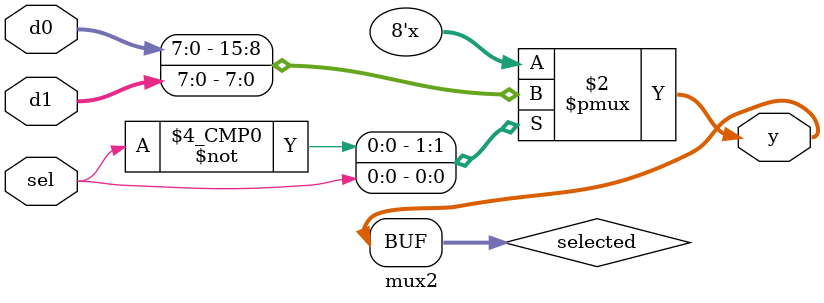
<source format=v>
module mux2
  #(parameter WIDTH = 8)
   (d0,d1,sel,y);

   input [WIDTH-1:0] d0;
   input [WIDTH-1:0] d1;
   input 	     sel;
   output [WIDTH-1:0] y;
	reg [WIDTH-1:0]selected;

	always @(sel, d0, d1)
			begin
				case (sel)
					0: selected <= d0;
					1: selected <= d1;
				endcase
			end

	assign y = selected;
endmodule

</source>
